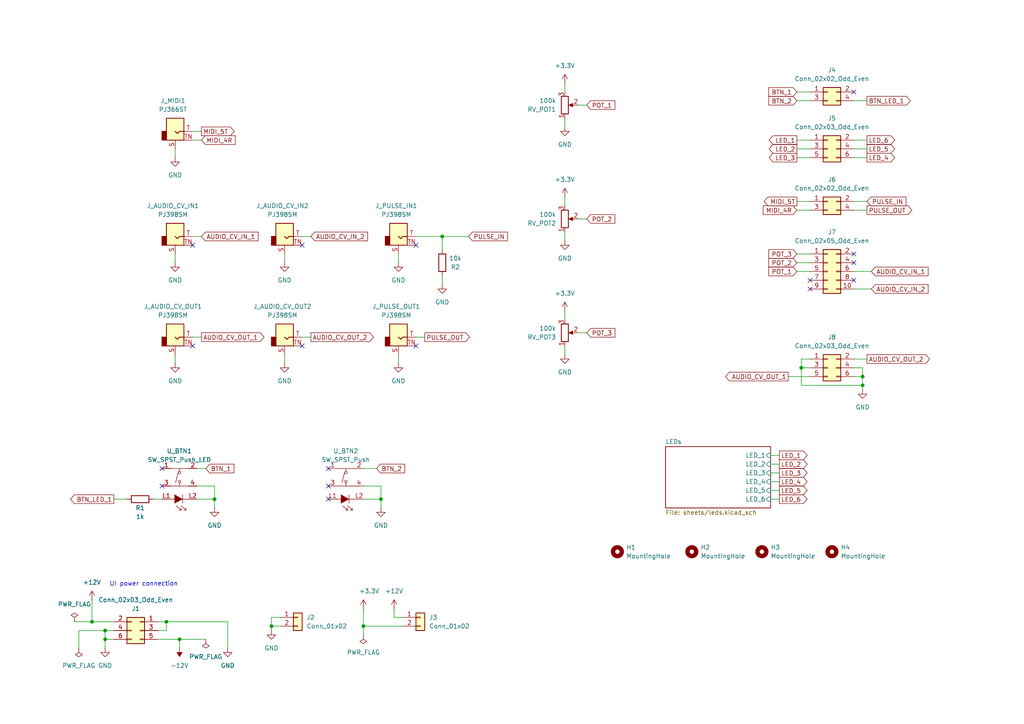
<source format=kicad_sch>
(kicad_sch (version 20250114) (generator "eeschema") (generator_version "9.0")
  (paper "A4")
  (title_block (title "Brain UI") (date "2026-02-21") (rev "v1.1") (company "Shmøergh"))
  (lib_symbols
    (symbol "Connector_Generic:Conn_01x02" (pin_names (offset 1.016) (hide yes))
      (property "Reference" "J" (at 0 2.54 0))
      (property "Value" "Conn_01x02" (at 0 -5.08 0))
      (symbol "Conn_01x02_1_1"
        (rectangle (start -1.27 1.27) (end 1.27 -3.81) (stroke (width 0.254)) (fill (type background)))
        (rectangle (start -1.27 0.127) (end 0 -0.127) (stroke (width 0.1524)))
        (rectangle (start -1.27 -2.413) (end 0 -2.667) (stroke (width 0.1524)))
        (pin passive line (at -5.08 0 0) (length 3.81) (name "Pin_1") (number "1"))
        (pin passive line (at -5.08 -2.54 0) (length 3.81) (name "Pin_2") (number "2"))
      )
    )
    (symbol "Connector_Generic:Conn_02x02_Odd_Even" (pin_names (offset 1.016) (hide yes))
      (property "Reference" "J" (at 1.27 2.54 0))
      (property "Value" "Conn_02x02_Odd_Even" (at 1.27 -5.08 0))
      (symbol "Conn_02x02_Odd_Even_1_1"
        (rectangle (start -1.27 1.27) (end 3.81 -3.81) (stroke (width 0.254)) (fill (type background)))
        (rectangle (start -1.27 0.127) (end 0 -0.127) (stroke (width 0.1524)))
        (rectangle (start -1.27 -2.413) (end 0 -2.667) (stroke (width 0.1524)))
        (rectangle (start 3.81 0.127) (end 2.54 -0.127) (stroke (width 0.1524)))
        (rectangle (start 3.81 -2.413) (end 2.54 -2.667) (stroke (width 0.1524)))
        (pin passive line (at -5.08 0 0) (length 3.81) (name "Pin_1") (number "1"))
        (pin passive line (at -5.08 -2.54 0) (length 3.81) (name "Pin_3") (number "3"))
        (pin passive line (at 7.62 0 180) (length 3.81) (name "Pin_2") (number "2"))
        (pin passive line (at 7.62 -2.54 180) (length 3.81) (name "Pin_4") (number "4"))
      )
    )
    (symbol "Connector_Generic:Conn_02x03_Odd_Even" (pin_names (offset 1.016) (hide yes))
      (property "Reference" "J" (at 1.27 5.08 0))
      (property "Value" "Conn_02x03_Odd_Even" (at 1.27 -5.08 0))
      (symbol "Conn_02x03_Odd_Even_1_1"
        (rectangle (start -1.27 3.81) (end 3.81 -3.81) (stroke (width 0.254)) (fill (type background)))
        (rectangle (start -1.27 2.667) (end 0 2.413) (stroke (width 0.1524)))
        (rectangle (start -1.27 0.127) (end 0 -0.127) (stroke (width 0.1524)))
        (rectangle (start -1.27 -2.413) (end 0 -2.667) (stroke (width 0.1524)))
        (rectangle (start 3.81 2.667) (end 2.54 2.413) (stroke (width 0.1524)))
        (rectangle (start 3.81 0.127) (end 2.54 -0.127) (stroke (width 0.1524)))
        (rectangle (start 3.81 -2.413) (end 2.54 -2.667) (stroke (width 0.1524)))
        (pin passive line (at -5.08 2.54 0) (length 3.81) (name "Pin_1") (number "1"))
        (pin passive line (at -5.08 0 0) (length 3.81) (name "Pin_3") (number "3"))
        (pin passive line (at -5.08 -2.54 0) (length 3.81) (name "Pin_5") (number "5"))
        (pin passive line (at 7.62 2.54 180) (length 3.81) (name "Pin_2") (number "2"))
        (pin passive line (at 7.62 0 180) (length 3.81) (name "Pin_4") (number "4"))
        (pin passive line (at 7.62 -2.54 180) (length 3.81) (name "Pin_6") (number "6"))
      )
    )
    (symbol "Connector_Generic:Conn_02x05_Odd_Even" (pin_names (offset 1.016) (hide yes))
      (property "Reference" "J" (at 1.27 7.62 0))
      (property "Value" "Conn_02x05_Odd_Even" (at 1.27 -7.62 0))
      (symbol "Conn_02x05_Odd_Even_1_1"
        (rectangle (start -1.27 6.35) (end 3.81 -6.35) (stroke (width 0.254)) (fill (type background)))
        (rectangle (start -1.27 5.207) (end 0 4.953) (stroke (width 0.1524)))
        (rectangle (start -1.27 2.667) (end 0 2.413) (stroke (width 0.1524)))
        (rectangle (start -1.27 0.127) (end 0 -0.127) (stroke (width 0.1524)))
        (rectangle (start -1.27 -2.413) (end 0 -2.667) (stroke (width 0.1524)))
        (rectangle (start -1.27 -4.953) (end 0 -5.207) (stroke (width 0.1524)))
        (rectangle (start 3.81 5.207) (end 2.54 4.953) (stroke (width 0.1524)))
        (rectangle (start 3.81 2.667) (end 2.54 2.413) (stroke (width 0.1524)))
        (rectangle (start 3.81 0.127) (end 2.54 -0.127) (stroke (width 0.1524)))
        (rectangle (start 3.81 -2.413) (end 2.54 -2.667) (stroke (width 0.1524)))
        (rectangle (start 3.81 -4.953) (end 2.54 -5.207) (stroke (width 0.1524)))
        (pin passive line (at -5.08 5.08 0) (length 3.81) (name "Pin_1") (number "1"))
        (pin passive line (at -5.08 2.54 0) (length 3.81) (name "Pin_3") (number "3"))
        (pin passive line (at -5.08 0 0) (length 3.81) (name "Pin_5") (number "5"))
        (pin passive line (at -5.08 -2.54 0) (length 3.81) (name "Pin_7") (number "7"))
        (pin passive line (at -5.08 -5.08 0) (length 3.81) (name "Pin_9") (number "9"))
        (pin passive line (at 7.62 5.08 180) (length 3.81) (name "Pin_2") (number "2"))
        (pin passive line (at 7.62 2.54 180) (length 3.81) (name "Pin_4") (number "4"))
        (pin passive line (at 7.62 0 180) (length 3.81) (name "Pin_6") (number "6"))
        (pin passive line (at 7.62 -2.54 180) (length 3.81) (name "Pin_8") (number "8"))
        (pin passive line (at 7.62 -5.08 180) (length 3.81) (name "Pin_10") (number "10"))
      )
    )
    (symbol "Device:R" (pin_numbers (hide yes)) (pin_names (offset 0))
      (property "Reference" "R" (at 2.032 0 90))
      (property "Value" "R" (at 0 0 90))
      (symbol "R_0_1"
        (rectangle (start -1.016 -2.54) (end 1.016 2.54) (stroke (width 0.254)))
      )
      (symbol "R_1_1"
        (pin passive line (at 0 3.81 270) (length 1.27) (name "~") (number "1"))
        (pin passive line (at 0 -3.81 90) (length 1.27) (name "~") (number "2"))
      )
    )
    (symbol "Device:R_Potentiometer" (pin_names (offset 1.016) (hide yes))
      (property "Reference" "RV" (at -4.445 0 90))
      (property "Value" "R_Potentiometer" (at -2.54 0 90))
      (symbol "R_Potentiometer_0_1"
        (rectangle (start 1.016 2.54) (end -1.016 -2.54) (stroke (width 0.254)))
        (polyline (pts (xy 1.143 0) (xy 2.286 0.508) (xy 2.286 -0.508) (xy 1.143 0)) (fill (type outline)))
        (polyline (pts (xy 2.54 0) (xy 1.524 0)))
      )
      (symbol "R_Potentiometer_1_1"
        (pin passive line (at 0 3.81 270) (length 1.27) (name "1") (number "1"))
        (pin passive line (at 0 -3.81 90) (length 1.27) (name "3") (number "3"))
        (pin passive line (at 3.81 0 180) (length 1.27) (name "2") (number "2"))
      )
    )
    (symbol "Mechanical:MountingHole" (pin_names (offset 1.016)) (in_bom no)
      (property "Reference" "H" (at 0 5.08 0))
      (property "Value" "MountingHole" (at 0 3.175 0))
      (symbol "MountingHole_0_1"
        (circle (center 0 0) (radius 1.27) (stroke (width 1.27)))
      )
    )
    (symbol "Shmoergh-Custom-Components:AudioJack2_Thonkiconn_S"
      (property "Reference" "J" (at 0 8.89 0))
      (property "Value" "AudioJack2_Thonkiconn" (at 0 6.35 0))
      (symbol "AudioJack2_Thonkiconn_S_0_1"
        (rectangle (start -2.54 -2.54) (end -3.81 0) (stroke (width 0.254)) (fill (type outline)))
        (polyline (pts (xy 0 0) (xy 0.635 -0.635) (xy 1.27 0) (xy 2.54 0)) (stroke (width 0.254)))
        (rectangle (start 2.54 3.81) (end -2.54 -2.54) (stroke (width 0.254)) (fill (type background)))
      )
      (symbol "AudioJack2_Thonkiconn_S_1_1"
        (pin passive line (at 0 -5.08 90) (length 2.54) (name "~") (number "S"))
        (pin bidirectional line (at 5.08 0 180) (length 2.54) (name "~") (number "T"))
        (pin passive line (at 5.08 -2.54 180) (length 2.54) (name "~") (number "TN"))
      )
    )
    (symbol "Shmoergh-Custom-Components:SW_SPST_Push_LED" (pin_names (offset 1.016))
      (property "Reference" "U" (at 0 6.35 0))
      (property "Value" "SW_SPST_Push_LED" (at 0.381 8.89 0))
      (symbol "SW_SPST_Push_LED_0_1"
        (rectangle (start -2.54 2.54) (end 2.54 2.54))
        (rectangle (start -2.54 -2.54) (end 2.54 -2.54))
        (polyline (pts (xy -1.397 -7.493) (xy -1.397 -5.08) (xy 0.762 -6.35) (xy -1.397 -7.493)) (fill (type outline)))
        (polyline (pts (xy -1.016 -8.255) (xy 0.508 -9.525) (xy -0.127 -9.525)))
        (polyline (pts (xy -0.381 1.397) (xy -1.143 -1.524)))
        (rectangle (start 0 2.54) (end 0 1.778))
        (circle (center 0 1.397) (radius 0.3556))
        (circle (center 0 -1.27) (radius 0.3556))
        (rectangle (start 0 -2.54) (end 0 -1.651))
        (polyline (pts (xy 0.508 -8.255) (xy 1.905 -9.525) (xy 1.27 -9.525)))
        (polyline (pts (xy 0.508 -9.525) (xy 0.381 -8.89)))
        (polyline (pts (xy 0.889 -5.08) (xy 0.889 -7.493)))
        (polyline (pts (xy 1.905 -9.525) (xy 1.778 -8.89)))
        (polyline (pts (xy 2.54 -6.35) (xy 0.889 -6.35) (xy -2.667 -6.35)))
      )
      (symbol "SW_SPST_Push_LED_1_1"
        (pin input line (at -5.08 2.54 0) (length 2.54) (name "~") (number "1"))
        (pin input line (at -5.08 -2.54 0) (length 2.54) (name "~") (number "3"))
        (pin input line (at -5.08 -6.35 0) (length 2.54) (name "~") (number "L1"))
        (pin input line (at 5.08 2.54 180) (length 2.54) (name "~") (number "2"))
        (pin input line (at 5.08 -2.54 180) (length 2.54) (name "~") (number "4"))
        (pin input line (at 5.08 -6.35 180) (length 2.54) (name "~") (number "L2"))
      )
    )
    (symbol "power:+12V" (power) (pin_numbers (hide yes)) (pin_names (offset 0) (hide yes))
      (property "Value" "+12V" (at 0 3.556 0))
      (symbol "+12V_0_1"
        (polyline (pts (xy -0.762 1.27) (xy 0 2.54)))
        (polyline (pts (xy 0 2.54) (xy 0.762 1.27)))
        (polyline (pts (xy 0 0) (xy 0 2.54)))
      )
      (symbol "+12V_1_1"
        (pin power_in line (at 0 0 90) (length 0) (name "~") (number "1"))
      )
    )
    (symbol "power:+3.3V" (power) (pin_numbers (hide yes)) (pin_names (offset 0) (hide yes))
      (property "Value" "+3.3V" (at 0 3.556 0))
      (symbol "+3.3V_0_1"
        (polyline (pts (xy -0.762 1.27) (xy 0 2.54)))
        (polyline (pts (xy 0 2.54) (xy 0.762 1.27)))
        (polyline (pts (xy 0 0) (xy 0 2.54)))
      )
      (symbol "+3.3V_1_1"
        (pin power_in line (at 0 0 90) (length 0) (name "~") (number "1"))
      )
    )
    (symbol "power:-12V" (power) (pin_numbers (hide yes)) (pin_names (offset 0) (hide yes))
      (property "Value" "-12V" (at 0 3.556 0))
      (symbol "-12V_0_0"
        (pin power_in line (at 0 0 90) (length 0) (name "~") (number "1"))
      )
      (symbol "-12V_0_1"
        (polyline (pts (xy 0 0) (xy 0 1.27) (xy 0.762 1.27) (xy 0 2.54) (xy -0.762 1.27) (xy 0 1.27)) (fill (type outline)))
      )
    )
    (symbol "power:GND" (power) (pin_numbers (hide yes)) (pin_names (offset 0) (hide yes))
      (property "Value" "GND" (at 0 -3.81 0))
      (symbol "GND_0_1"
        (polyline (pts (xy 0 0) (xy 0 -1.27) (xy 1.27 -1.27) (xy 0 -2.54) (xy -1.27 -1.27) (xy 0 -1.27)))
      )
      (symbol "GND_1_1"
        (pin power_in line (at 0 0 270) (length 0) (name "~") (number "1"))
      )
    )
    (symbol "power:PWR_FLAG" (power) (pin_numbers (hide yes)) (pin_names (offset 0) (hide yes))
      (property "Value" "PWR_FLAG" (at 0 3.81 0))
      (symbol "PWR_FLAG_0_0"
        (pin power_out line (at 0 0 90) (length 0) (name "~") (number "1"))
      )
      (symbol "PWR_FLAG_0_1"
        (polyline (pts (xy 0 0) (xy 0 1.27) (xy -1.016 1.905) (xy 0 2.54) (xy 1.016 1.905) (xy 0 1.27)))
      )
    )
  )
  (text "UI power connection" (at 31.75 170.18 0) (effects (font (size 1.27 1.27)) (justify left bottom)))
  (junction (at 250.19 111.76))
  (junction (at 78.74 181.61))
  (junction (at 105.41 181.61))
  (junction (at 250.19 109.22))
  (junction (at 30.48 182.88))
  (junction (at 232.41 106.68))
  (junction (at 52.07 185.42))
  (junction (at 48.26 180.34))
  (junction (at 110.49 144.78))
  (junction (at 26.67 180.34))
  (junction (at 62.23 144.78))
  (junction (at 30.48 185.42))
  (junction (at 128.27 68.58))
  (no_connect (at 87.63 100.33))
  (no_connect (at 247.65 76.2))
  (no_connect (at 247.65 81.28))
  (no_connect (at 234.95 81.28))
  (no_connect (at 46.99 140.97))
  (no_connect (at 234.95 83.82))
  (no_connect (at 120.65 71.12))
  (no_connect (at 95.25 140.97))
  (no_connect (at 55.88 100.33))
  (no_connect (at 247.65 26.67))
  (no_connect (at 95.25 144.78))
  (no_connect (at 95.25 135.89))
  (no_connect (at 247.65 73.66))
  (no_connect (at 46.99 135.89))
  (no_connect (at 120.65 100.33))
  (no_connect (at 55.88 71.12))
  (no_connect (at 87.63 71.12))
  (wire (pts (xy 90.17 68.58) (xy 87.63 68.58)))
  (wire (pts (xy 223.52 144.78) (xy 226.06 144.78)))
  (wire (pts (xy 163.83 100.33) (xy 163.83 102.87)))
  (wire (pts (xy 163.83 34.29) (xy 163.83 36.83)))
  (wire (pts (xy 251.46 104.14) (xy 247.65 104.14)))
  (wire (pts (xy 105.41 140.97) (xy 110.49 140.97)))
  (wire (pts (xy 52.07 187.96) (xy 52.07 185.42)))
  (wire (pts (xy 226.06 134.62) (xy 223.52 134.62)))
  (wire (pts (xy 128.27 80.01) (xy 128.27 82.55)))
  (wire (pts (xy 59.69 185.42) (xy 52.07 185.42)))
  (wire (pts (xy 250.19 106.68) (xy 250.19 109.22)))
  (wire (pts (xy 226.06 137.16) (xy 223.52 137.16)))
  (wire (pts (xy 45.72 185.42) (xy 52.07 185.42)))
  (wire (pts (xy 247.65 78.74) (xy 252.73 78.74)))
  (wire (pts (xy 251.46 29.21) (xy 247.65 29.21)))
  (wire (pts (xy 58.42 38.1) (xy 55.88 38.1)))
  (wire (pts (xy 170.18 30.48) (xy 167.64 30.48)))
  (wire (pts (xy 78.74 181.61) (xy 81.28 181.61)))
  (wire (pts (xy 105.41 144.78) (xy 110.49 144.78)))
  (wire (pts (xy 163.83 67.31) (xy 163.83 69.85)))
  (wire (pts (xy 252.73 83.82) (xy 247.65 83.82)))
  (wire (pts (xy 114.3 176.53) (xy 114.3 179.07)))
  (wire (pts (xy 26.67 180.34) (xy 33.02 180.34)))
  (wire (pts (xy 33.02 144.78) (xy 36.83 144.78)))
  (wire (pts (xy 223.52 139.7) (xy 226.06 139.7)))
  (wire (pts (xy 232.41 111.76) (xy 250.19 111.76)))
  (wire (pts (xy 247.65 109.22) (xy 250.19 109.22)))
  (wire (pts (xy 163.83 24.13) (xy 163.83 26.67)))
  (wire (pts (xy 247.65 106.68) (xy 250.19 106.68)))
  (wire (pts (xy 250.19 111.76) (xy 250.19 113.03)))
  (wire (pts (xy 231.14 26.67) (xy 234.95 26.67)))
  (wire (pts (xy 105.41 181.61) (xy 105.41 176.53)))
  (wire (pts (xy 251.46 58.42) (xy 247.65 58.42)))
  (wire (pts (xy 116.84 181.61) (xy 105.41 181.61)))
  (wire (pts (xy 110.49 144.78) (xy 110.49 147.32)))
  (wire (pts (xy 251.46 40.64) (xy 247.65 40.64)))
  (wire (pts (xy 251.46 45.72) (xy 247.65 45.72)))
  (wire (pts (xy 81.28 179.07) (xy 78.74 179.07)))
  (wire (pts (xy 59.69 135.89) (xy 57.15 135.89)))
  (wire (pts (xy 232.41 104.14) (xy 232.41 106.68)))
  (wire (pts (xy 58.42 40.64) (xy 55.88 40.64)))
  (wire (pts (xy 109.22 135.89) (xy 105.41 135.89)))
  (wire (pts (xy 110.49 140.97) (xy 110.49 144.78)))
  (wire (pts (xy 82.55 102.87) (xy 82.55 105.41)))
  (wire (pts (xy 114.3 179.07) (xy 116.84 179.07)))
  (wire (pts (xy 234.95 104.14) (xy 232.41 104.14)))
  (wire (pts (xy 120.65 68.58) (xy 128.27 68.58)))
  (wire (pts (xy 163.83 57.15) (xy 163.83 59.69)))
  (wire (pts (xy 163.83 90.17) (xy 163.83 92.71)))
  (wire (pts (xy 232.41 106.68) (xy 232.41 111.76)))
  (wire (pts (xy 170.18 63.5) (xy 167.64 63.5)))
  (wire (pts (xy 78.74 179.07) (xy 78.74 181.61)))
  (wire (pts (xy 231.14 73.66) (xy 234.95 73.66)))
  (wire (pts (xy 26.67 173.99) (xy 26.67 180.34)))
  (wire (pts (xy 128.27 68.58) (xy 135.89 68.58)))
  (wire (pts (xy 62.23 140.97) (xy 62.23 144.78)))
  (wire (pts (xy 231.14 78.74) (xy 234.95 78.74)))
  (wire (pts (xy 170.18 96.52) (xy 167.64 96.52)))
  (wire (pts (xy 105.41 184.15) (xy 105.41 181.61)))
  (wire (pts (xy 48.26 180.34) (xy 45.72 180.34)))
  (wire (pts (xy 50.8 73.66) (xy 50.8 76.2)))
  (wire (pts (xy 21.59 180.34) (xy 26.67 180.34)))
  (wire (pts (xy 115.57 73.66) (xy 115.57 76.2)))
  (wire (pts (xy 22.86 182.88) (xy 30.48 182.88)))
  (wire (pts (xy 66.04 187.96) (xy 66.04 180.34)))
  (wire (pts (xy 48.26 182.88) (xy 48.26 180.34)))
  (wire (pts (xy 231.14 43.18) (xy 234.95 43.18)))
  (wire (pts (xy 251.46 43.18) (xy 247.65 43.18)))
  (wire (pts (xy 33.02 185.42) (xy 30.48 185.42)))
  (wire (pts (xy 50.8 102.87) (xy 50.8 105.41)))
  (wire (pts (xy 231.14 29.21) (xy 234.95 29.21)))
  (wire (pts (xy 232.41 106.68) (xy 234.95 106.68)))
  (wire (pts (xy 44.45 144.78) (xy 46.99 144.78)))
  (wire (pts (xy 50.8 43.18) (xy 50.8 45.72)))
  (wire (pts (xy 231.14 60.96) (xy 234.95 60.96)))
  (wire (pts (xy 231.14 40.64) (xy 234.95 40.64)))
  (wire (pts (xy 57.15 140.97) (xy 62.23 140.97)))
  (wire (pts (xy 90.17 97.79) (xy 87.63 97.79)))
  (wire (pts (xy 123.19 97.79) (xy 120.65 97.79)))
  (wire (pts (xy 66.04 180.34) (xy 48.26 180.34)))
  (wire (pts (xy 250.19 109.22) (xy 250.19 111.76)))
  (wire (pts (xy 226.06 132.08) (xy 223.52 132.08)))
  (wire (pts (xy 231.14 45.72) (xy 234.95 45.72)))
  (wire (pts (xy 128.27 72.39) (xy 128.27 68.58)))
  (wire (pts (xy 30.48 182.88) (xy 33.02 182.88)))
  (wire (pts (xy 228.6 109.22) (xy 234.95 109.22)))
  (wire (pts (xy 223.52 142.24) (xy 226.06 142.24)))
  (wire (pts (xy 30.48 185.42) (xy 30.48 182.88)))
  (wire (pts (xy 58.42 68.58) (xy 55.88 68.58)))
  (wire (pts (xy 22.86 187.96) (xy 22.86 182.88)))
  (wire (pts (xy 115.57 102.87) (xy 115.57 105.41)))
  (wire (pts (xy 251.46 60.96) (xy 247.65 60.96)))
  (wire (pts (xy 78.74 181.61) (xy 78.74 182.88)))
  (wire (pts (xy 30.48 187.96) (xy 30.48 185.42)))
  (wire (pts (xy 231.14 76.2) (xy 234.95 76.2)))
  (wire (pts (xy 45.72 182.88) (xy 48.26 182.88)))
  (wire (pts (xy 231.14 58.42) (xy 234.95 58.42)))
  (wire (pts (xy 82.55 73.66) (xy 82.55 76.2)))
  (wire (pts (xy 62.23 144.78) (xy 62.23 147.32)))
  (wire (pts (xy 58.42 97.79) (xy 55.88 97.79)))
  (wire (pts (xy 57.15 144.78) (xy 62.23 144.78)))
  (global_label "AUDIO_CV_IN_1" (shape input) (at 252.73 78.74 0) (property "Intersheetrefs" "${INTERSHEET_REFS}" (effects (hide yes))))
  (global_label "POT_2" (shape input) (at 170.18 63.5 0) (property "Intersheetrefs" "${INTERSHEET_REFS}" (effects (hide yes))))
  (global_label "PULSE_OUT" (shape output) (at 123.19 97.79 0) (property "Intersheetrefs" "${INTERSHEET_REFS}" (effects (hide yes))))
  (global_label "LED_5" (shape output) (at 251.46 43.18 0) (property "Intersheetrefs" "${INTERSHEET_REFS}" (effects (hide yes))))
  (global_label "AUDIO_CV_OUT_1" (shape output) (at 228.6 109.22 180) (property "Intersheetrefs" "${INTERSHEET_REFS}" (effects (hide yes))))
  (global_label "LED_3" (shape output) (at 226.06 137.16 0) (property "Intersheetrefs" "${INTERSHEET_REFS}" (effects (hide yes))))
  (global_label "POT_1" (shape input) (at 231.14 78.74 180) (property "Intersheetrefs" "${INTERSHEET_REFS}" (effects (hide yes))))
  (global_label "AUDIO_CV_OUT_1" (shape output) (at 58.42 97.79 0) (property "Intersheetrefs" "${INTERSHEET_REFS}" (effects (hide yes))))
  (global_label "LED_3" (shape output) (at 231.14 45.72 180) (property "Intersheetrefs" "${INTERSHEET_REFS}" (effects (hide yes))))
  (global_label "AUDIO_CV_IN_2" (shape input) (at 252.73 83.82 0) (property "Intersheetrefs" "${INTERSHEET_REFS}" (effects (hide yes))))
  (global_label "PULSE_IN" (shape input) (at 251.46 58.42 0) (property "Intersheetrefs" "${INTERSHEET_REFS}" (effects (hide yes))))
  (global_label "BTN_1" (shape input) (at 231.14 26.67 180) (property "Intersheetrefs" "${INTERSHEET_REFS}" (effects (hide yes))))
  (global_label "MIDI_5T" (shape output) (at 58.42 38.1 0) (property "Intersheetrefs" "${INTERSHEET_REFS}" (effects (hide yes))))
  (global_label "PULSE_IN" (shape input) (at 135.89 68.58 0) (property "Intersheetrefs" "${INTERSHEET_REFS}" (effects (hide yes))))
  (global_label "AUDIO_CV_IN_1" (shape input) (at 58.42 68.58 0) (property "Intersheetrefs" "${INTERSHEET_REFS}" (effects (hide yes))))
  (global_label "MIDI_4R" (shape input) (at 58.42 40.64 0) (property "Intersheetrefs" "${INTERSHEET_REFS}" (effects (hide yes))))
  (global_label "LED_6" (shape output) (at 251.46 40.64 0) (property "Intersheetrefs" "${INTERSHEET_REFS}" (effects (hide yes))))
  (global_label "BTN_LED_1" (shape output) (at 251.46 29.21 0) (property "Intersheetrefs" "${INTERSHEET_REFS}" (effects (hide yes))))
  (global_label "LED_2" (shape output) (at 226.06 134.62 0) (property "Intersheetrefs" "${INTERSHEET_REFS}" (effects (hide yes))))
  (global_label "POT_3" (shape input) (at 170.18 96.52 0) (property "Intersheetrefs" "${INTERSHEET_REFS}" (effects (hide yes))))
  (global_label "LED_5" (shape output) (at 226.06 142.24 0) (property "Intersheetrefs" "${INTERSHEET_REFS}" (effects (hide yes))))
  (global_label "POT_2" (shape input) (at 231.14 76.2 180) (property "Intersheetrefs" "${INTERSHEET_REFS}" (effects (hide yes))))
  (global_label "BTN_1" (shape input) (at 59.69 135.89 0) (property "Intersheetrefs" "${INTERSHEET_REFS}" (effects (hide yes))))
  (global_label "PULSE_OUT" (shape output) (at 251.46 60.96 0) (property "Intersheetrefs" "${INTERSHEET_REFS}" (effects (hide yes))))
  (global_label "AUDIO_CV_OUT_2" (shape output) (at 251.46 104.14 0) (property "Intersheetrefs" "${INTERSHEET_REFS}" (effects (hide yes))))
  (global_label "AUDIO_CV_IN_2" (shape input) (at 90.17 68.58 0) (property "Intersheetrefs" "${INTERSHEET_REFS}" (effects (hide yes))))
  (global_label "LED_1" (shape output) (at 231.14 40.64 180) (property "Intersheetrefs" "${INTERSHEET_REFS}" (effects (hide yes))))
  (global_label "POT_3" (shape input) (at 231.14 73.66 180) (property "Intersheetrefs" "${INTERSHEET_REFS}" (effects (hide yes))))
  (global_label "LED_4" (shape output) (at 251.46 45.72 0) (property "Intersheetrefs" "${INTERSHEET_REFS}" (effects (hide yes))))
  (global_label "BTN_2" (shape input) (at 231.14 29.21 180) (property "Intersheetrefs" "${INTERSHEET_REFS}" (effects (hide yes))))
  (global_label "AUDIO_CV_OUT_2" (shape output) (at 90.17 97.79 0) (property "Intersheetrefs" "${INTERSHEET_REFS}" (effects (hide yes))))
  (global_label "POT_1" (shape input) (at 170.18 30.48 0) (property "Intersheetrefs" "${INTERSHEET_REFS}" (effects (hide yes))))
  (global_label "MIDI_5T" (shape output) (at 231.14 58.42 180) (property "Intersheetrefs" "${INTERSHEET_REFS}" (effects (hide yes))))
  (global_label "BTN_LED_1" (shape output) (at 33.02 144.78 180) (property "Intersheetrefs" "${INTERSHEET_REFS}" (effects (hide yes))))
  (global_label "LED_2" (shape output) (at 231.14 43.18 180) (property "Intersheetrefs" "${INTERSHEET_REFS}" (effects (hide yes))))
  (global_label "LED_4" (shape output) (at 226.06 139.7 0) (property "Intersheetrefs" "${INTERSHEET_REFS}" (effects (hide yes))))
  (global_label "LED_6" (shape output) (at 226.06 144.78 0) (property "Intersheetrefs" "${INTERSHEET_REFS}" (effects (hide yes))))
  (global_label "BTN_2" (shape input) (at 109.22 135.89 0) (property "Intersheetrefs" "${INTERSHEET_REFS}" (effects (hide yes))))
  (global_label "LED_1" (shape output) (at 226.06 132.08 0) (property "Intersheetrefs" "${INTERSHEET_REFS}" (effects (hide yes))))
  (global_label "MIDI_4R" (shape input) (at 231.14 60.96 180) (property "Intersheetrefs" "${INTERSHEET_REFS}" (effects (hide yes))))
  (symbol (lib_id "power:GND") (at 250.19 113.03 0) (unit 1)
    (property "Reference" "#PWR038" (effects (hide yes)))
    (property "Value" "GND" (at 250.19 118.11 0))
    (property "Description" "Power symbol creates a global label with name \"GND\" , ground" (effects (hide yes)))
  )
  (symbol (lib_id "power:+12V") (at 26.67 173.99 0) (unit 1)
    (property "Reference" "#PWR01" (effects (hide yes)))
    (property "Value" "+12V" (at 26.67 168.91 0))
    (property "Description" "Power symbol creates a global label with name \"+12V\"" (effects (hide yes)))
  )
  (symbol (lib_id "Connector_Generic:Conn_02x02_Odd_Even") (at 240.03 26.67 0) (unit 1)
    (property "Reference" "J4" (at 241.3 20.32 0))
    (property "Value" "Conn_02x02_Odd_Even" (at 241.3 22.86 0))
    (property "Footprint" "Connector_PinSocket_2.54mm:PinSocket_2x02_P2.54mm_Vertical" (effects (hide yes)))
    (property "Description" "Generic connector, double row, 02x02, odd/even pin numbering scheme (row 1 odd numbers, row 2 even numbers), script generated (kicad-library-utils/schlib/autogen/connector/)" (effects (hide yes)))
    (property "Part URL" "https://mou.sr/4eSbYqI" (effects (hide yes)))
    (property "Vendor" "Mouser" (effects (hide yes)))
    (property "Part no." "200-SSW10206TD" (effects (hide yes)))
  )
  (symbol (lib_id "power:+3.3V") (at 163.83 57.15 0) (unit 1)
    (property "Reference" "#PWR018" (effects (hide yes)))
    (property "Value" "+3.3V" (at 163.83 52.07 0))
    (property "Description" "Power symbol creates a global label with name \"+3.3V\"" (effects (hide yes)))
  )
  (symbol (lib_id "power:GND") (at 163.83 102.87 0) (unit 1)
    (property "Reference" "#PWR020" (effects (hide yes)))
    (property "Value" "GND" (at 163.83 107.95 0))
    (property "Description" "Power symbol creates a global label with name \"GND\" , ground" (effects (hide yes)))
  )
  (symbol (lib_id "power:PWR_FLAG") (at 105.41 184.15 180) (unit 1)
    (property "Reference" "#FLG04" (effects (hide yes)))
    (property "Value" "PWR_FLAG" (at 105.41 189.23 0))
    (property "Description" "Special symbol for telling ERC where power comes from" (effects (hide yes)))
  )
  (symbol (lib_id "Shmoergh-Custom-Components:SW_SPST_Push_LED") (at 100.33 138.43 0) (unit 1)
    (property "Reference" "U_BTN2" (at 100.2665 130.81 0))
    (property "Value" "SW_SPST_Push" (at 100.2665 133.35 0))
    (property "Footprint" "Shmoergh_Custom_Footprints:SPST_Circular_Pushbutton_LED" (effects (hide yes)))
    (property "Part URL" "https://mou.sr/3MGXm3a" (effects (hide yes)))
    (property "Vendor" "Mouser" (effects (hide yes)))
    (property "Part no." "611-D6R90F2LFS" (effects (hide yes)))
  )
  (symbol (lib_id "Shmoergh-Custom-Components:AudioJack2_Thonkiconn_S") (at 50.8 68.58 0) (unit 1)
    (property "Reference" "J_AUDIO_CV_IN1" (at 50.165 59.69 0))
    (property "Value" "PJ398SM" (at 50.165 62.23 0))
    (property "Footprint" "Shmoergh_Custom_Footprints:Jack_3.5mm_QingPu_WQP-PJ398SM_Vertical_CircularHoles" (effects (hide yes)))
    (property "Description" "Audio Jack, 2 Poles (Mono / TS), Grounded Sleeve" (effects (hide yes)))
    (property "Part URL" "https://www.thonk.co.uk/shop/thonkiconn/" (effects (hide yes)))
    (property "Vendor" "Thonk" (effects (hide yes)))
    (property "Part no." "PJ398SM" (effects (hide yes)))
  )
  (symbol (lib_id "Shmoergh-Custom-Components:AudioJack2_Thonkiconn_S") (at 115.57 97.79 0) (unit 1)
    (property "Reference" "J_PULSE_OUT1" (at 114.935 88.9 0))
    (property "Value" "PJ398SM" (at 114.935 91.44 0))
    (property "Footprint" "Shmoergh_Custom_Footprints:Jack_3.5mm_QingPu_WQP-PJ398SM_Vertical_CircularHoles" (effects (hide yes)))
    (property "Description" "Audio Jack, 2 Poles (Mono / TS), Grounded Sleeve" (effects (hide yes)))
    (property "Part URL" "https://www.thonk.co.uk/shop/thonkiconn/" (effects (hide yes)))
    (property "Vendor" "Thonk" (effects (hide yes)))
    (property "Part no." "PJ398SM" (effects (hide yes)))
  )
  (symbol (lib_id "Device:R") (at 128.27 76.2 180) (unit 1)
    (property "Reference" "R2" (at 132.08 77.47 0))
    (property "Value" "10k" (at 132.08 74.93 0))
    (property "Footprint" "Shmoergh_Custom_Footprints:R_Axial_DIN0207_L6.3mm_D2.5mm_P7.62mm_Horizontal" (effects (hide yes)))
    (property "Part URL" "https://mou.sr/4po4TSn" (effects (hide yes)))
    (property "Vendor" "Mouser" (effects (hide yes)))
    (property "Part no." "603-MFR25SFTF52-10K " (effects (hide yes)))
  )
  (symbol (lib_id "Device:R_Potentiometer") (at 163.83 96.52 0) (mirror x) (unit 1)
    (property "Reference" "RV_POT3" (at 161.29 97.7901 0) (effects (justify right)))
    (property "Value" "100k" (at 161.29 95.2501 0) (effects (justify right)))
    (property "Footprint" "Shmoergh_Custom_Footprints:Potentiometer_Bourns_Single-PTV09A" (effects (hide yes)))
    (property "Description" "Potentiometer" (effects (hide yes)))
    (property "Part URL" "https://mou.sr/41lYe2k" (effects (hide yes)))
    (property "Vendor" "Mouser" (effects (hide yes)))
    (property "Part no." "652-PTV09A4025UB104" (effects (hide yes)))
    (property "Note" "Knurled Shaft" (effects (hide yes)))
  )
  (symbol (lib_id "power:+12V") (at 114.3 176.53 0) (unit 1)
    (property "Reference" "#PWR037" (effects (hide yes)))
    (property "Value" "+12V" (at 114.3 171.45 0))
    (property "Description" "Power symbol creates a global label with name \"+12V\"" (effects (hide yes)))
  )
  (symbol (lib_id "power:-12V") (at 52.07 187.96 180) (unit 1)
    (property "Reference" "#PWR06" (effects (hide yes)))
    (property "Value" "-12V" (at 52.07 193.04 0))
    (property "Description" "Power symbol creates a global label with name \"-12V\"" (effects (hide yes)))
  )
  (symbol (lib_id "Connector_Generic:Conn_02x03_Odd_Even") (at 40.64 182.88 0) (mirror y) (unit 1)
    (property "Reference" "J1" (at 39.37 176.53 0))
    (property "Value" "Conn_02x03_Odd_Even" (at 39.37 173.99 0))
    (property "Footprint" "Connector_PinSocket_2.54mm:PinSocket_2x03_P2.54mm_Vertical" (effects (hide yes)))
    (property "Description" "Generic connector, double row, 02x03, odd/even pin numbering scheme (row 1 odd numbers, row 2 even numbers), script generated (kicad-library-utils/schlib/autogen/connector/)" (effects (hide yes)))
    (property "Part URL" "https://mou.sr/3GIDVEr" (effects (hide yes)))
    (property "Vendor" "Mouser" (effects (hide yes)))
    (property "Part no." "200-SSW10301TD" (effects (hide yes)))
  )
  (symbol (lib_id "power:GND") (at 50.8 105.41 0) (unit 1)
    (property "Reference" "#PWR05" (effects (hide yes)))
    (property "Value" "GND" (at 50.8 110.49 0))
    (property "Description" "Power symbol creates a global label with name \"GND\" , ground" (effects (hide yes)))
  )
  (symbol (lib_id "Shmoergh-Custom-Components:AudioJack2_Thonkiconn_S") (at 50.8 97.79 0) (unit 1)
    (property "Reference" "J_AUDIO_CV_OUT1" (at 50.165 88.9 0))
    (property "Value" "PJ398SM" (at 50.165 91.44 0))
    (property "Footprint" "Shmoergh_Custom_Footprints:Jack_3.5mm_QingPu_WQP-PJ398SM_Vertical_CircularHoles" (effects (hide yes)))
    (property "Description" "Audio Jack, 2 Poles (Mono / TS), Grounded Sleeve" (effects (hide yes)))
    (property "Part URL" "https://www.thonk.co.uk/shop/thonkiconn/" (effects (hide yes)))
    (property "Vendor" "Thonk" (effects (hide yes)))
    (property "Part no." "PJ398SM" (effects (hide yes)))
  )
  (symbol (lib_id "power:GND") (at 50.8 45.72 0) (unit 1)
    (property "Reference" "#PWR03" (effects (hide yes)))
    (property "Value" "GND" (at 50.8 50.8 0))
    (property "Description" "Power symbol creates a global label with name \"GND\" , ground" (effects (hide yes)))
  )
  (symbol (lib_id "Shmoergh-Custom-Components:AudioJack2_Thonkiconn_S") (at 50.8 38.1 0) (unit 1)
    (property "Reference" "J_MIDI1" (at 50.165 29.21 0))
    (property "Value" "PJ366ST" (at 50.165 31.75 0))
    (property "Footprint" "Shmoergh_Custom_Footprints:Jack_3.5mm_QingPu_WQP-PJ398SM_Vertical_CircularHoles" (effects (hide yes)))
    (property "Description" "Audio Jack, 2 Poles (Mono / TS), Grounded Sleeve" (effects (hide yes)))
    (property "Part URL" "https://www.thonk.co.uk/shop/thonkiconn/" (effects (hide yes)))
    (property "Vendor" "Thonk" (effects (hide yes)))
    (property "Part no." "PJ366ST Stereo" (effects (hide yes)))
  )
  (symbol (lib_id "Mechanical:MountingHole") (at 200.66 160.02 0) (unit 1) (in_bom no)
    (property "Reference" "H2" (at 203.2 158.7499 0) (effects (justify left)))
    (property "Value" "MountingHole" (at 203.2 161.2899 0) (effects (justify left)))
    (property "Footprint" "MountingHole:MountingHole_3.2mm_M3_DIN965_Pad" (effects (hide yes)))
    (property "Description" "Mounting Hole without connection" (effects (hide yes)))
    (property "Vendor" "-" (effects (hide yes)))
  )
  (symbol (lib_id "power:+3.3V") (at 163.83 24.13 0) (unit 1)
    (property "Reference" "#PWR016" (effects (hide yes)))
    (property "Value" "+3.3V" (at 163.83 19.05 0))
    (property "Description" "Power symbol creates a global label with name \"+3.3V\"" (effects (hide yes)))
  )
  (symbol (lib_id "power:GND") (at 50.8 76.2 0) (unit 1)
    (property "Reference" "#PWR04" (effects (hide yes)))
    (property "Value" "GND" (at 50.8 81.28 0))
    (property "Description" "Power symbol creates a global label with name \"GND\" , ground" (effects (hide yes)))
  )
  (symbol (lib_id "power:GND") (at 163.83 69.85 0) (unit 1)
    (property "Reference" "#PWR019" (effects (hide yes)))
    (property "Value" "GND" (at 163.83 74.93 0))
    (property "Description" "Power symbol creates a global label with name \"GND\" , ground" (effects (hide yes)))
  )
  (symbol (lib_id "Mechanical:MountingHole") (at 179.07 160.02 0) (unit 1) (in_bom no)
    (property "Reference" "H1" (at 181.61 158.7499 0) (effects (justify left)))
    (property "Value" "MountingHole" (at 181.61 161.2899 0) (effects (justify left)))
    (property "Footprint" "MountingHole:MountingHole_3.2mm_M3_DIN965_Pad" (effects (hide yes)))
    (property "Description" "Mounting Hole without connection" (effects (hide yes)))
    (property "Vendor" "-" (effects (hide yes)))
  )
  (symbol (lib_id "Shmoergh-Custom-Components:SW_SPST_Push_LED") (at 52.07 138.43 0) (unit 1)
    (property "Reference" "U_BTN1" (at 52.0065 130.81 0))
    (property "Value" "SW_SPST_Push_LED" (at 52.0065 133.35 0))
    (property "Footprint" "Shmoergh_Custom_Footprints:SPST_Circular_Pushbutton_LED" (effects (hide yes)))
    (property "Part URL" "https://mou.sr/41W2K7k" (effects (hide yes)))
    (property "Vendor" "Mouser" (effects (hide yes)))
    (property "Part no." "611-D6RLRDF1LFS" (effects (hide yes)))
  )
  (symbol (lib_id "power:PWR_FLAG") (at 21.59 180.34 0) (unit 1)
    (property "Reference" "#FLG01" (effects (hide yes)))
    (property "Value" "PWR_FLAG" (at 21.59 175.26 0))
    (property "Description" "Special symbol for telling ERC where power comes from" (effects (hide yes)))
  )
  (symbol (lib_id "power:GND") (at 66.04 187.96 0) (unit 1)
    (property "Reference" "#PWR08" (effects (hide yes)))
    (property "Value" "GND" (at 66.04 193.04 0))
    (property "Description" "Power symbol creates a global label with name \"GND\" , ground" (effects (hide yes)))
  )
  (symbol (lib_id "power:+3.3V") (at 163.83 90.17 0) (unit 1)
    (property "Reference" "#PWR012" (effects (hide yes)))
    (property "Value" "+3.3V" (at 163.83 85.09 0))
    (property "Description" "Power symbol creates a global label with name \"+3.3V\"" (effects (hide yes)))
  )
  (symbol (lib_id "power:GND") (at 62.23 147.32 0) (unit 1)
    (property "Reference" "#PWR07" (effects (hide yes)))
    (property "Value" "GND" (at 62.23 152.4 0))
    (property "Description" "Power symbol creates a global label with name \"GND\" , ground" (effects (hide yes)))
  )
  (symbol (lib_id "power:GND") (at 163.83 36.83 0) (unit 1)
    (property "Reference" "#PWR017" (effects (hide yes)))
    (property "Value" "GND" (at 163.83 41.91 0))
    (property "Description" "Power symbol creates a global label with name \"GND\" , ground" (effects (hide yes)))
  )
  (symbol (lib_id "power:GND") (at 82.55 105.41 0) (unit 1)
    (property "Reference" "#PWR011" (effects (hide yes)))
    (property "Value" "GND" (at 82.55 110.49 0))
    (property "Description" "Power symbol creates a global label with name \"GND\" , ground" (effects (hide yes)))
  )
  (symbol (lib_id "power:GND") (at 128.27 82.55 0) (unit 1)
    (property "Reference" "#PWR021" (effects (hide yes)))
    (property "Value" "GND" (at 128.27 87.63 0))
    (property "Description" "Power symbol creates a global label with name \"GND\" , ground" (effects (hide yes)))
  )
  (symbol (lib_id "power:GND") (at 115.57 76.2 0) (unit 1)
    (property "Reference" "#PWR013" (effects (hide yes)))
    (property "Value" "GND" (at 115.57 81.28 0))
    (property "Description" "Power symbol creates a global label with name \"GND\" , ground" (effects (hide yes)))
  )
  (symbol (lib_id "power:GND") (at 115.57 105.41 0) (unit 1)
    (property "Reference" "#PWR014" (effects (hide yes)))
    (property "Value" "GND" (at 115.57 110.49 0))
    (property "Description" "Power symbol creates a global label with name \"GND\" , ground" (effects (hide yes)))
  )
  (symbol (lib_id "Device:R_Potentiometer") (at 163.83 30.48 0) (mirror x) (unit 1)
    (property "Reference" "RV_POT1" (at 161.29 31.7501 0) (effects (justify right)))
    (property "Value" "100k" (at 161.29 29.2101 0) (effects (justify right)))
    (property "Footprint" "Shmoergh_Custom_Footprints:Potentiometer_Bourns_Single-PTV09A" (effects (hide yes)))
    (property "Description" "Potentiometer" (effects (hide yes)))
    (property "Part URL" "https://mou.sr/41lYe2k" (effects (hide yes)))
    (property "Vendor" "Mouser" (effects (hide yes)))
    (property "Part no." "652-PTV09A4025UB104" (effects (hide yes)))
    (property "Note" "Knurled Shaft" (effects (hide yes)))
  )
  (symbol (lib_id "Shmoergh-Custom-Components:AudioJack2_Thonkiconn_S") (at 115.57 68.58 0) (unit 1)
    (property "Reference" "J_PULSE_IN1" (at 114.935 59.69 0))
    (property "Value" "PJ398SM" (at 114.935 62.23 0))
    (property "Footprint" "Shmoergh_Custom_Footprints:Jack_3.5mm_QingPu_WQP-PJ398SM_Vertical_CircularHoles" (effects (hide yes)))
    (property "Description" "Audio Jack, 2 Poles (Mono / TS), Grounded Sleeve" (effects (hide yes)))
    (property "Part URL" "https://www.thonk.co.uk/shop/thonkiconn/" (effects (hide yes)))
    (property "Vendor" "Thonk" (effects (hide yes)))
    (property "Part no." "PJ398SM" (effects (hide yes)))
  )
  (symbol (lib_id "Connector_Generic:Conn_02x03_Odd_Even") (at 240.03 43.18 0) (unit 1)
    (property "Reference" "J5" (at 241.3 34.29 0))
    (property "Value" "Conn_02x03_Odd_Even" (at 241.3 36.83 0))
    (property "Footprint" "Connector_PinSocket_2.54mm:PinSocket_2x03_P2.54mm_Vertical" (effects (hide yes)))
    (property "Description" "Generic connector, double row, 02x03, odd/even pin numbering scheme (row 1 odd numbers, row 2 even numbers), script generated (kicad-library-utils/schlib/autogen/connector/)" (effects (hide yes)))
    (property "Part URL" "https://mou.sr/3GIDVEr" (effects (hide yes)))
    (property "Vendor" "Mouser" (effects (hide yes)))
    (property "Part no." "200-SSW10301TD" (effects (hide yes)))
  )
  (symbol (lib_id "Connector_Generic:Conn_02x05_Odd_Even") (at 240.03 78.74 0) (unit 1)
    (property "Reference" "J7" (at 241.3 67.31 0))
    (property "Value" "Conn_02x05_Odd_Even" (at 241.3 69.85 0))
    (property "Footprint" "Connector_PinSocket_2.54mm:PinSocket_2x05_P2.54mm_Vertical" (effects (hide yes)))
    (property "Description" "Generic connector, double row, 02x05, odd/even pin numbering scheme (row 1 odd numbers, row 2 even numbers), script generated (kicad-library-utils/schlib/autogen/connector/)" (effects (hide yes)))
    (property "Part URL" "https://mou.sr/4lVCZM9" (effects (hide yes)))
    (property "Vendor" "Mouser" (effects (hide yes)))
    (property "Part no." "200-SSW10501TD" (effects (hide yes)))
  )
  (symbol (lib_id "power:GND") (at 82.55 76.2 0) (unit 1)
    (property "Reference" "#PWR010" (effects (hide yes)))
    (property "Value" "GND" (at 82.55 81.28 0))
    (property "Description" "Power symbol creates a global label with name \"GND\" , ground" (effects (hide yes)))
  )
  (symbol (lib_id "power:+3.3V") (at 105.41 176.53 0) (unit 1)
    (property "Reference" "#PWR062" (effects (hide yes)))
    (property "Value" "+3.3V" (at 104.14 171.45 0) (effects (justify left)))
    (property "Description" "Power symbol creates a global label with name \"+3.3V\"" (effects (hide yes)))
  )
  (symbol (lib_id "Connector_Generic:Conn_01x02") (at 86.36 179.07 0) (unit 1)
    (property "Reference" "J2" (at 88.9 179.0699 0) (effects (justify left)))
    (property "Value" "Conn_01x02" (at 88.9 181.6099 0) (effects (justify left)))
    (property "Footprint" "Connector_PinSocket_2.54mm:PinSocket_1x02_P2.54mm_Vertical" (effects (hide yes)))
    (property "Description" "Generic connector, single row, 01x02, script generated (kicad-library-utils/schlib/autogen/connector/)" (effects (hide yes)))
    (property "Part URL" "https://mou.sr/4lBvdHe" (effects (hide yes)))
    (property "Vendor" "Mouser" (effects (hide yes)))
    (property "Part no." "200-SSW10201TS" (effects (hide yes)))
  )
  (symbol (lib_id "Mechanical:MountingHole") (at 220.98 160.02 0) (unit 1) (in_bom no)
    (property "Reference" "H3" (at 223.52 158.7499 0) (effects (justify left)))
    (property "Value" "MountingHole" (at 223.52 161.2899 0) (effects (justify left)))
    (property "Footprint" "MountingHole:MountingHole_3.2mm_M3_DIN965_Pad" (effects (hide yes)))
    (property "Description" "Mounting Hole without connection" (effects (hide yes)))
    (property "Vendor" "-" (effects (hide yes)))
  )
  (symbol (lib_id "power:GND") (at 78.74 182.88 0) (unit 1)
    (property "Reference" "#PWR09" (effects (hide yes)))
    (property "Value" "GND" (at 78.74 187.96 0))
    (property "Description" "Power symbol creates a global label with name \"GND\" , ground" (effects (hide yes)))
  )
  (symbol (lib_id "Connector_Generic:Conn_02x03_Odd_Even") (at 240.03 106.68 0) (unit 1)
    (property "Reference" "J8" (at 241.3 97.79 0))
    (property "Value" "Conn_02x03_Odd_Even" (at 241.3 100.33 0))
    (property "Footprint" "Connector_PinSocket_2.54mm:PinSocket_2x03_P2.54mm_Vertical" (effects (hide yes)))
    (property "Description" "Generic connector, double row, 02x03, odd/even pin numbering scheme (row 1 odd numbers, row 2 even numbers), script generated (kicad-library-utils/schlib/autogen/connector/)" (effects (hide yes)))
    (property "Part URL" "https://mou.sr/3GIDVEr" (effects (hide yes)))
    (property "Vendor" "Mouser" (effects (hide yes)))
    (property "Part no." "200-SSW10301TD" (effects (hide yes)))
  )
  (symbol (lib_id "Device:R_Potentiometer") (at 163.83 63.5 0) (mirror x) (unit 1)
    (property "Reference" "RV_POT2" (at 161.29 64.7701 0) (effects (justify right)))
    (property "Value" "100k" (at 161.29 62.2301 0) (effects (justify right)))
    (property "Footprint" "Shmoergh_Custom_Footprints:Potentiometer_Bourns_Single-PTV09A" (effects (hide yes)))
    (property "Description" "Potentiometer" (effects (hide yes)))
    (property "Part URL" "https://mou.sr/41lYe2k" (effects (hide yes)))
    (property "Vendor" "Mouser" (effects (hide yes)))
    (property "Part no." "652-PTV09A4025UB104" (effects (hide yes)))
    (property "Note" "Knurled Shaft" (effects (hide yes)))
  )
  (symbol (lib_id "Mechanical:MountingHole") (at 241.3 160.02 0) (unit 1) (in_bom no)
    (property "Reference" "H4" (at 243.84 158.7499 0) (effects (justify left)))
    (property "Value" "MountingHole" (at 243.84 161.2899 0) (effects (justify left)))
    (property "Footprint" "MountingHole:MountingHole_3.2mm_M3_DIN965_Pad" (effects (hide yes)))
    (property "Description" "Mounting Hole without connection" (effects (hide yes)))
    (property "Vendor" "-" (effects (hide yes)))
  )
  (symbol (lib_id "power:PWR_FLAG") (at 22.86 187.96 180) (unit 1)
    (property "Reference" "#FLG02" (effects (hide yes)))
    (property "Value" "PWR_FLAG" (at 22.86 193.04 0))
    (property "Description" "Special symbol for telling ERC where power comes from" (effects (hide yes)))
  )
  (symbol (lib_id "Shmoergh-Custom-Components:AudioJack2_Thonkiconn_S") (at 82.55 68.58 0) (unit 1)
    (property "Reference" "J_AUDIO_CV_IN2" (at 81.915 59.69 0))
    (property "Value" "PJ398SM" (at 81.915 62.23 0))
    (property "Footprint" "Shmoergh_Custom_Footprints:Jack_3.5mm_QingPu_WQP-PJ398SM_Vertical_CircularHoles" (effects (hide yes)))
    (property "Description" "Audio Jack, 2 Poles (Mono / TS), Grounded Sleeve" (effects (hide yes)))
    (property "Part URL" "https://www.thonk.co.uk/shop/thonkiconn/" (effects (hide yes)))
    (property "Vendor" "Thonk" (effects (hide yes)))
    (property "Part no." "PJ398SM" (effects (hide yes)))
  )
  (symbol (lib_id "Connector_Generic:Conn_01x02") (at 121.92 179.07 0) (unit 1)
    (property "Reference" "J3" (at 124.46 179.0699 0) (effects (justify left)))
    (property "Value" "Conn_01x02" (at 124.46 181.6099 0) (effects (justify left)))
    (property "Footprint" "Connector_PinSocket_2.54mm:PinSocket_1x02_P2.54mm_Vertical" (effects (hide yes)))
    (property "Description" "Generic connector, single row, 01x02, script generated (kicad-library-utils/schlib/autogen/connector/)" (effects (hide yes)))
    (property "Part URL" "https://mou.sr/4lBvdHe" (effects (hide yes)))
    (property "Vendor" "Mouser" (effects (hide yes)))
    (property "Part no." "200-SSW10201TS" (effects (hide yes)))
  )
  (symbol (lib_id "power:GND") (at 110.49 147.32 0) (unit 1)
    (property "Reference" "#PWR015" (effects (hide yes)))
    (property "Value" "GND" (at 110.49 152.4 0))
    (property "Description" "Power symbol creates a global label with name \"GND\" , ground" (effects (hide yes)))
  )
  (symbol (lib_id "power:PWR_FLAG") (at 59.69 185.42 180) (unit 1)
    (property "Reference" "#FLG03" (effects (hide yes)))
    (property "Value" "PWR_FLAG" (at 59.69 190.5 0))
    (property "Description" "Special symbol for telling ERC where power comes from" (effects (hide yes)))
  )
  (symbol (lib_id "Shmoergh-Custom-Components:AudioJack2_Thonkiconn_S") (at 82.55 97.79 0) (unit 1)
    (property "Reference" "J_AUDIO_CV_OUT2" (at 81.915 88.9 0))
    (property "Value" "PJ398SM" (at 81.915 91.44 0))
    (property "Footprint" "Shmoergh_Custom_Footprints:Jack_3.5mm_QingPu_WQP-PJ398SM_Vertical_CircularHoles" (effects (hide yes)))
    (property "Description" "Audio Jack, 2 Poles (Mono / TS), Grounded Sleeve" (effects (hide yes)))
    (property "Part URL" "https://www.thonk.co.uk/shop/thonkiconn/" (effects (hide yes)))
    (property "Vendor" "Thonk" (effects (hide yes)))
    (property "Part no." "PJ398SM" (effects (hide yes)))
  )
  (symbol (lib_id "power:GND") (at 30.48 187.96 0) (unit 1)
    (property "Reference" "#PWR02" (effects (hide yes)))
    (property "Value" "GND" (at 30.48 193.04 0))
    (property "Description" "Power symbol creates a global label with name \"GND\" , ground" (effects (hide yes)))
  )
  (symbol (lib_id "Device:R") (at 40.64 144.78 90) (unit 1)
    (property "Reference" "R1" (at 40.64 147.32 90))
    (property "Value" "1k" (at 40.64 149.86 90))
    (property "Footprint" "Shmoergh_Custom_Footprints:R_Axial_DIN0207_L6.3mm_D2.5mm_P7.62mm_Horizontal" (effects (hide yes)))
    (property "Part URL" "https://mou.sr/4afrY5O" (effects (hide yes)))
    (property "Vendor" "Mouser" (effects (hide yes)))
    (property "Part no." "603-MFR-25FRE52-1K" (effects (hide yes)))
  )
  (symbol (lib_id "Connector_Generic:Conn_02x02_Odd_Even") (at 240.03 58.42 0) (unit 1)
    (property "Reference" "J6" (at 241.3 52.07 0))
    (property "Value" "Conn_02x02_Odd_Even" (at 241.3 54.61 0))
    (property "Footprint" "Connector_PinSocket_2.54mm:PinSocket_2x02_P2.54mm_Vertical" (effects (hide yes)))
    (property "Description" "Generic connector, double row, 02x02, odd/even pin numbering scheme (row 1 odd numbers, row 2 even numbers), script generated (kicad-library-utils/schlib/autogen/connector/)" (effects (hide yes)))
    (property "Part URL" "https://mou.sr/4eSbYqI" (effects (hide yes)))
    (property "Vendor" "Mouser" (effects (hide yes)))
    (property "Part no." "200-SSW10206TD" (effects (hide yes)))
  )
  (sheet (at 193.04 129.54) (size 30.48 17.78) (stroke (width 0.1524))
    (property "Sheetname" "LEDs" (at 193.04 128.8284 0) (effects (justify left bottom)))
    (property "Sheetfile" "sheets/leds.kicad_sch" (at 193.04 147.9046 0) (effects (justify left top)))
    (pin "LED_1" input (at 223.52 132.08 0))
    (pin "LED_2" input (at 223.52 134.62 0))
    (pin "LED_3" input (at 223.52 137.16 0))
    (pin "LED_4" input (at 223.52 139.7 0))
    (pin "LED_5" input (at 223.52 142.24 0))
    (pin "LED_6" input (at 223.52 144.78 0))
  )
)
</source>
